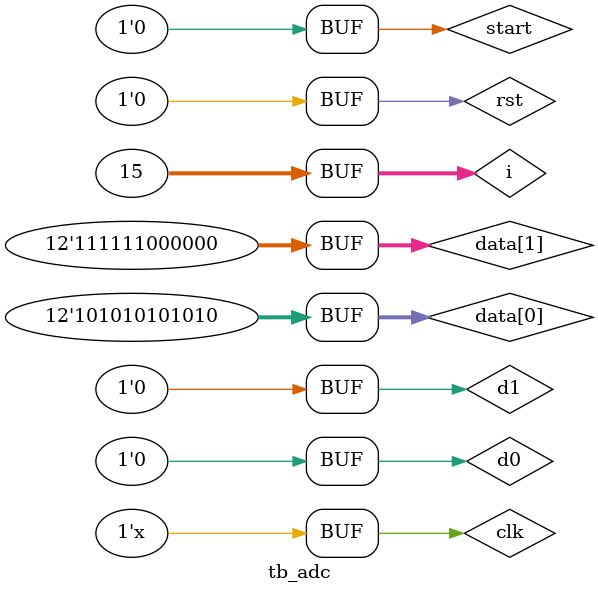
<source format=v>
/********************************************************************/
/*                                                                  */
/* Testbench a PmodAD1 modulhoz.                                    */
/*                                                                  */
/********************************************************************/

`timescale 1ns / 1ps

module tb_adc;

	reg clk, rst, start, d0, d1;
	wire sck, cs;
	wire[11:0] dout0, dout1;

	adc uut(
		.clk(clk), 
		.rst(rst), 
		.start(start),
		.sck(sck), 
		.cs(cs), 
		.d0(d0), 
		.d1(d1),
		.dout0(dout0),
		.dout1(dout1)
	);

	integer i;
	reg[11:0] data[0:1];
	initial begin
		clk=0;
		rst=1;
		start=0;
		d0=0;
		d1=0;
		#100;
		rst=0;
		#75;
		start=1;
		#10;
		start=0;
		#10;
		d0=0;
		d1=0;
		data[0]=12'b110011001100;
		data[1]=12'b001100110011;
		#20;
		for(i=0;i<15;i=i+1)
		begin
			d0=(i<3)?0:data[0][14-i];
			d1=(i<3)?0:data[1][14-i];
			#80;
		end
		#1500;
		start=1;
		#10;
		start=0;
		#10;
		d0=0;
		d1=0;
		data[0]=12'b101010101010;
		data[1]=12'b111111000000;
		#20;
		for(i=0;i<15;i=i+1)
		begin
			d0=(i<3)?0:data[0][14-i];
			d1=(i<3)?0:data[1][14-i];
			#80;
		end
	end
	
	always #5 clk=~clk;
      
endmodule

</source>
